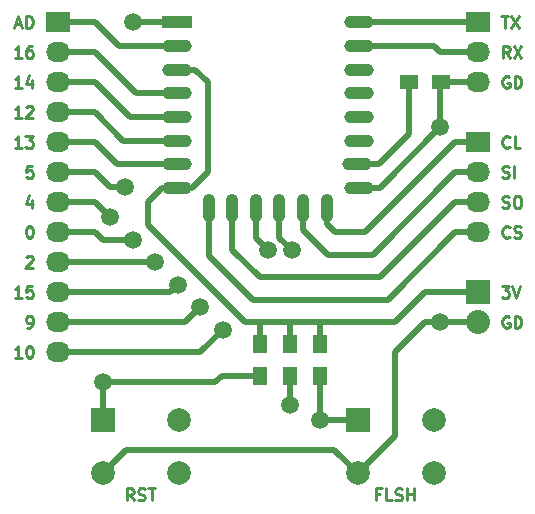
<source format=gbr>
G04 #@! TF.FileFunction,Copper,L1,Top,Signal*
%FSLAX46Y46*%
G04 Gerber Fmt 4.6, Leading zero omitted, Abs format (unit mm)*
G04 Created by KiCad (PCBNEW 4.0.2-stable) date 8/25/2016 6:13:52 PM*
%MOMM*%
G01*
G04 APERTURE LIST*
%ADD10C,0.100000*%
%ADD11C,0.250000*%
%ADD12R,2.000000X2.000000*%
%ADD13C,2.000000*%
%ADD14R,2.032000X1.727200*%
%ADD15O,2.032000X1.727200*%
%ADD16R,1.300000X1.500000*%
%ADD17R,2.500000X1.100000*%
%ADD18O,2.500000X1.100000*%
%ADD19O,1.100000X2.400000*%
%ADD20R,1.500000X1.300000*%
%ADD21R,2.032000X2.032000*%
%ADD22O,2.032000X2.032000*%
%ADD23C,1.500000*%
%ADD24C,0.500000*%
G04 APERTURE END LIST*
D10*
D11*
X144153096Y-108513571D02*
X143819762Y-108513571D01*
X143819762Y-109037381D02*
X143819762Y-108037381D01*
X144295953Y-108037381D01*
X145153096Y-109037381D02*
X144676905Y-109037381D01*
X144676905Y-108037381D01*
X145438810Y-108989762D02*
X145581667Y-109037381D01*
X145819763Y-109037381D01*
X145915001Y-108989762D01*
X145962620Y-108942143D01*
X146010239Y-108846905D01*
X146010239Y-108751667D01*
X145962620Y-108656429D01*
X145915001Y-108608810D01*
X145819763Y-108561190D01*
X145629286Y-108513571D01*
X145534048Y-108465952D01*
X145486429Y-108418333D01*
X145438810Y-108323095D01*
X145438810Y-108227857D01*
X145486429Y-108132619D01*
X145534048Y-108085000D01*
X145629286Y-108037381D01*
X145867382Y-108037381D01*
X146010239Y-108085000D01*
X146438810Y-109037381D02*
X146438810Y-108037381D01*
X146438810Y-108513571D02*
X147010239Y-108513571D01*
X147010239Y-109037381D02*
X147010239Y-108037381D01*
X123277381Y-109037381D02*
X122944047Y-108561190D01*
X122705952Y-109037381D02*
X122705952Y-108037381D01*
X123086905Y-108037381D01*
X123182143Y-108085000D01*
X123229762Y-108132619D01*
X123277381Y-108227857D01*
X123277381Y-108370714D01*
X123229762Y-108465952D01*
X123182143Y-108513571D01*
X123086905Y-108561190D01*
X122705952Y-108561190D01*
X123658333Y-108989762D02*
X123801190Y-109037381D01*
X124039286Y-109037381D01*
X124134524Y-108989762D01*
X124182143Y-108942143D01*
X124229762Y-108846905D01*
X124229762Y-108751667D01*
X124182143Y-108656429D01*
X124134524Y-108608810D01*
X124039286Y-108561190D01*
X123848809Y-108513571D01*
X123753571Y-108465952D01*
X123705952Y-108418333D01*
X123658333Y-108323095D01*
X123658333Y-108227857D01*
X123705952Y-108132619D01*
X123753571Y-108085000D01*
X123848809Y-108037381D01*
X124086905Y-108037381D01*
X124229762Y-108085000D01*
X124515476Y-108037381D02*
X125086905Y-108037381D01*
X124801190Y-109037381D02*
X124801190Y-108037381D01*
X155066905Y-93480000D02*
X154971667Y-93432381D01*
X154828810Y-93432381D01*
X154685952Y-93480000D01*
X154590714Y-93575238D01*
X154543095Y-93670476D01*
X154495476Y-93860952D01*
X154495476Y-94003810D01*
X154543095Y-94194286D01*
X154590714Y-94289524D01*
X154685952Y-94384762D01*
X154828810Y-94432381D01*
X154924048Y-94432381D01*
X155066905Y-94384762D01*
X155114524Y-94337143D01*
X155114524Y-94003810D01*
X154924048Y-94003810D01*
X155543095Y-94432381D02*
X155543095Y-93432381D01*
X155781190Y-93432381D01*
X155924048Y-93480000D01*
X156019286Y-93575238D01*
X156066905Y-93670476D01*
X156114524Y-93860952D01*
X156114524Y-94003810D01*
X156066905Y-94194286D01*
X156019286Y-94289524D01*
X155924048Y-94384762D01*
X155781190Y-94432381D01*
X155543095Y-94432381D01*
X154447857Y-90892381D02*
X155066905Y-90892381D01*
X154733571Y-91273333D01*
X154876429Y-91273333D01*
X154971667Y-91320952D01*
X155019286Y-91368571D01*
X155066905Y-91463810D01*
X155066905Y-91701905D01*
X155019286Y-91797143D01*
X154971667Y-91844762D01*
X154876429Y-91892381D01*
X154590714Y-91892381D01*
X154495476Y-91844762D01*
X154447857Y-91797143D01*
X155352619Y-90892381D02*
X155685952Y-91892381D01*
X156019286Y-90892381D01*
X155114524Y-86717143D02*
X155066905Y-86764762D01*
X154924048Y-86812381D01*
X154828810Y-86812381D01*
X154685952Y-86764762D01*
X154590714Y-86669524D01*
X154543095Y-86574286D01*
X154495476Y-86383810D01*
X154495476Y-86240952D01*
X154543095Y-86050476D01*
X154590714Y-85955238D01*
X154685952Y-85860000D01*
X154828810Y-85812381D01*
X154924048Y-85812381D01*
X155066905Y-85860000D01*
X155114524Y-85907619D01*
X155495476Y-86764762D02*
X155638333Y-86812381D01*
X155876429Y-86812381D01*
X155971667Y-86764762D01*
X156019286Y-86717143D01*
X156066905Y-86621905D01*
X156066905Y-86526667D01*
X156019286Y-86431429D01*
X155971667Y-86383810D01*
X155876429Y-86336190D01*
X155685952Y-86288571D01*
X155590714Y-86240952D01*
X155543095Y-86193333D01*
X155495476Y-86098095D01*
X155495476Y-86002857D01*
X155543095Y-85907619D01*
X155590714Y-85860000D01*
X155685952Y-85812381D01*
X155924048Y-85812381D01*
X156066905Y-85860000D01*
X154495476Y-84224762D02*
X154638333Y-84272381D01*
X154876429Y-84272381D01*
X154971667Y-84224762D01*
X155019286Y-84177143D01*
X155066905Y-84081905D01*
X155066905Y-83986667D01*
X155019286Y-83891429D01*
X154971667Y-83843810D01*
X154876429Y-83796190D01*
X154685952Y-83748571D01*
X154590714Y-83700952D01*
X154543095Y-83653333D01*
X154495476Y-83558095D01*
X154495476Y-83462857D01*
X154543095Y-83367619D01*
X154590714Y-83320000D01*
X154685952Y-83272381D01*
X154924048Y-83272381D01*
X155066905Y-83320000D01*
X155685952Y-83272381D02*
X155876429Y-83272381D01*
X155971667Y-83320000D01*
X156066905Y-83415238D01*
X156114524Y-83605714D01*
X156114524Y-83939048D01*
X156066905Y-84129524D01*
X155971667Y-84224762D01*
X155876429Y-84272381D01*
X155685952Y-84272381D01*
X155590714Y-84224762D01*
X155495476Y-84129524D01*
X155447857Y-83939048D01*
X155447857Y-83605714D01*
X155495476Y-83415238D01*
X155590714Y-83320000D01*
X155685952Y-83272381D01*
X154495476Y-81684762D02*
X154638333Y-81732381D01*
X154876429Y-81732381D01*
X154971667Y-81684762D01*
X155019286Y-81637143D01*
X155066905Y-81541905D01*
X155066905Y-81446667D01*
X155019286Y-81351429D01*
X154971667Y-81303810D01*
X154876429Y-81256190D01*
X154685952Y-81208571D01*
X154590714Y-81160952D01*
X154543095Y-81113333D01*
X154495476Y-81018095D01*
X154495476Y-80922857D01*
X154543095Y-80827619D01*
X154590714Y-80780000D01*
X154685952Y-80732381D01*
X154924048Y-80732381D01*
X155066905Y-80780000D01*
X155495476Y-81732381D02*
X155495476Y-80732381D01*
X155114524Y-79097143D02*
X155066905Y-79144762D01*
X154924048Y-79192381D01*
X154828810Y-79192381D01*
X154685952Y-79144762D01*
X154590714Y-79049524D01*
X154543095Y-78954286D01*
X154495476Y-78763810D01*
X154495476Y-78620952D01*
X154543095Y-78430476D01*
X154590714Y-78335238D01*
X154685952Y-78240000D01*
X154828810Y-78192381D01*
X154924048Y-78192381D01*
X155066905Y-78240000D01*
X155114524Y-78287619D01*
X156019286Y-79192381D02*
X155543095Y-79192381D01*
X155543095Y-78192381D01*
X155066905Y-73160000D02*
X154971667Y-73112381D01*
X154828810Y-73112381D01*
X154685952Y-73160000D01*
X154590714Y-73255238D01*
X154543095Y-73350476D01*
X154495476Y-73540952D01*
X154495476Y-73683810D01*
X154543095Y-73874286D01*
X154590714Y-73969524D01*
X154685952Y-74064762D01*
X154828810Y-74112381D01*
X154924048Y-74112381D01*
X155066905Y-74064762D01*
X155114524Y-74017143D01*
X155114524Y-73683810D01*
X154924048Y-73683810D01*
X155543095Y-74112381D02*
X155543095Y-73112381D01*
X155781190Y-73112381D01*
X155924048Y-73160000D01*
X156019286Y-73255238D01*
X156066905Y-73350476D01*
X156114524Y-73540952D01*
X156114524Y-73683810D01*
X156066905Y-73874286D01*
X156019286Y-73969524D01*
X155924048Y-74064762D01*
X155781190Y-74112381D01*
X155543095Y-74112381D01*
X155114524Y-71572381D02*
X154781190Y-71096190D01*
X154543095Y-71572381D02*
X154543095Y-70572381D01*
X154924048Y-70572381D01*
X155019286Y-70620000D01*
X155066905Y-70667619D01*
X155114524Y-70762857D01*
X155114524Y-70905714D01*
X155066905Y-71000952D01*
X155019286Y-71048571D01*
X154924048Y-71096190D01*
X154543095Y-71096190D01*
X155447857Y-70572381D02*
X156114524Y-71572381D01*
X156114524Y-70572381D02*
X155447857Y-71572381D01*
X154400238Y-68032381D02*
X154971667Y-68032381D01*
X154685952Y-69032381D02*
X154685952Y-68032381D01*
X155209762Y-68032381D02*
X155876429Y-69032381D01*
X155876429Y-68032381D02*
X155209762Y-69032381D01*
X113268333Y-68746667D02*
X113744524Y-68746667D01*
X113173095Y-69032381D02*
X113506428Y-68032381D01*
X113839762Y-69032381D01*
X114173095Y-69032381D02*
X114173095Y-68032381D01*
X114411190Y-68032381D01*
X114554048Y-68080000D01*
X114649286Y-68175238D01*
X114696905Y-68270476D01*
X114744524Y-68460952D01*
X114744524Y-68603810D01*
X114696905Y-68794286D01*
X114649286Y-68889524D01*
X114554048Y-68984762D01*
X114411190Y-69032381D01*
X114173095Y-69032381D01*
X113792143Y-96972381D02*
X113220714Y-96972381D01*
X113506428Y-96972381D02*
X113506428Y-95972381D01*
X113411190Y-96115238D01*
X113315952Y-96210476D01*
X113220714Y-96258095D01*
X114411190Y-95972381D02*
X114506429Y-95972381D01*
X114601667Y-96020000D01*
X114649286Y-96067619D01*
X114696905Y-96162857D01*
X114744524Y-96353333D01*
X114744524Y-96591429D01*
X114696905Y-96781905D01*
X114649286Y-96877143D01*
X114601667Y-96924762D01*
X114506429Y-96972381D01*
X114411190Y-96972381D01*
X114315952Y-96924762D01*
X114268333Y-96877143D01*
X114220714Y-96781905D01*
X114173095Y-96591429D01*
X114173095Y-96353333D01*
X114220714Y-96162857D01*
X114268333Y-96067619D01*
X114315952Y-96020000D01*
X114411190Y-95972381D01*
X114268333Y-94432381D02*
X114458809Y-94432381D01*
X114554048Y-94384762D01*
X114601667Y-94337143D01*
X114696905Y-94194286D01*
X114744524Y-94003810D01*
X114744524Y-93622857D01*
X114696905Y-93527619D01*
X114649286Y-93480000D01*
X114554048Y-93432381D01*
X114363571Y-93432381D01*
X114268333Y-93480000D01*
X114220714Y-93527619D01*
X114173095Y-93622857D01*
X114173095Y-93860952D01*
X114220714Y-93956190D01*
X114268333Y-94003810D01*
X114363571Y-94051429D01*
X114554048Y-94051429D01*
X114649286Y-94003810D01*
X114696905Y-93956190D01*
X114744524Y-93860952D01*
X113792143Y-91892381D02*
X113220714Y-91892381D01*
X113506428Y-91892381D02*
X113506428Y-90892381D01*
X113411190Y-91035238D01*
X113315952Y-91130476D01*
X113220714Y-91178095D01*
X114696905Y-90892381D02*
X114220714Y-90892381D01*
X114173095Y-91368571D01*
X114220714Y-91320952D01*
X114315952Y-91273333D01*
X114554048Y-91273333D01*
X114649286Y-91320952D01*
X114696905Y-91368571D01*
X114744524Y-91463810D01*
X114744524Y-91701905D01*
X114696905Y-91797143D01*
X114649286Y-91844762D01*
X114554048Y-91892381D01*
X114315952Y-91892381D01*
X114220714Y-91844762D01*
X114173095Y-91797143D01*
X114173095Y-88447619D02*
X114220714Y-88400000D01*
X114315952Y-88352381D01*
X114554048Y-88352381D01*
X114649286Y-88400000D01*
X114696905Y-88447619D01*
X114744524Y-88542857D01*
X114744524Y-88638095D01*
X114696905Y-88780952D01*
X114125476Y-89352381D01*
X114744524Y-89352381D01*
X114411190Y-85812381D02*
X114506429Y-85812381D01*
X114601667Y-85860000D01*
X114649286Y-85907619D01*
X114696905Y-86002857D01*
X114744524Y-86193333D01*
X114744524Y-86431429D01*
X114696905Y-86621905D01*
X114649286Y-86717143D01*
X114601667Y-86764762D01*
X114506429Y-86812381D01*
X114411190Y-86812381D01*
X114315952Y-86764762D01*
X114268333Y-86717143D01*
X114220714Y-86621905D01*
X114173095Y-86431429D01*
X114173095Y-86193333D01*
X114220714Y-86002857D01*
X114268333Y-85907619D01*
X114315952Y-85860000D01*
X114411190Y-85812381D01*
X114649286Y-83605714D02*
X114649286Y-84272381D01*
X114411190Y-83224762D02*
X114173095Y-83939048D01*
X114792143Y-83939048D01*
X114696905Y-80732381D02*
X114220714Y-80732381D01*
X114173095Y-81208571D01*
X114220714Y-81160952D01*
X114315952Y-81113333D01*
X114554048Y-81113333D01*
X114649286Y-81160952D01*
X114696905Y-81208571D01*
X114744524Y-81303810D01*
X114744524Y-81541905D01*
X114696905Y-81637143D01*
X114649286Y-81684762D01*
X114554048Y-81732381D01*
X114315952Y-81732381D01*
X114220714Y-81684762D01*
X114173095Y-81637143D01*
X113792143Y-79192381D02*
X113220714Y-79192381D01*
X113506428Y-79192381D02*
X113506428Y-78192381D01*
X113411190Y-78335238D01*
X113315952Y-78430476D01*
X113220714Y-78478095D01*
X114125476Y-78192381D02*
X114744524Y-78192381D01*
X114411190Y-78573333D01*
X114554048Y-78573333D01*
X114649286Y-78620952D01*
X114696905Y-78668571D01*
X114744524Y-78763810D01*
X114744524Y-79001905D01*
X114696905Y-79097143D01*
X114649286Y-79144762D01*
X114554048Y-79192381D01*
X114268333Y-79192381D01*
X114173095Y-79144762D01*
X114125476Y-79097143D01*
X113792143Y-76652381D02*
X113220714Y-76652381D01*
X113506428Y-76652381D02*
X113506428Y-75652381D01*
X113411190Y-75795238D01*
X113315952Y-75890476D01*
X113220714Y-75938095D01*
X114173095Y-75747619D02*
X114220714Y-75700000D01*
X114315952Y-75652381D01*
X114554048Y-75652381D01*
X114649286Y-75700000D01*
X114696905Y-75747619D01*
X114744524Y-75842857D01*
X114744524Y-75938095D01*
X114696905Y-76080952D01*
X114125476Y-76652381D01*
X114744524Y-76652381D01*
X113792143Y-74112381D02*
X113220714Y-74112381D01*
X113506428Y-74112381D02*
X113506428Y-73112381D01*
X113411190Y-73255238D01*
X113315952Y-73350476D01*
X113220714Y-73398095D01*
X114649286Y-73445714D02*
X114649286Y-74112381D01*
X114411190Y-73064762D02*
X114173095Y-73779048D01*
X114792143Y-73779048D01*
X113792143Y-71572381D02*
X113220714Y-71572381D01*
X113506428Y-71572381D02*
X113506428Y-70572381D01*
X113411190Y-70715238D01*
X113315952Y-70810476D01*
X113220714Y-70858095D01*
X114649286Y-70572381D02*
X114458809Y-70572381D01*
X114363571Y-70620000D01*
X114315952Y-70667619D01*
X114220714Y-70810476D01*
X114173095Y-71000952D01*
X114173095Y-71381905D01*
X114220714Y-71477143D01*
X114268333Y-71524762D01*
X114363571Y-71572381D01*
X114554048Y-71572381D01*
X114649286Y-71524762D01*
X114696905Y-71477143D01*
X114744524Y-71381905D01*
X114744524Y-71143810D01*
X114696905Y-71048571D01*
X114649286Y-71000952D01*
X114554048Y-70953333D01*
X114363571Y-70953333D01*
X114268333Y-71000952D01*
X114220714Y-71048571D01*
X114173095Y-71143810D01*
D12*
X120650000Y-102235000D03*
D13*
X120650000Y-106735000D03*
X127150000Y-106735000D03*
X127150000Y-102235000D03*
D12*
X142240000Y-102235000D03*
D13*
X142240000Y-106735000D03*
X148740000Y-106735000D03*
X148740000Y-102235000D03*
D14*
X116840000Y-68580000D03*
D15*
X116840000Y-71120000D03*
X116840000Y-73660000D03*
X116840000Y-76200000D03*
X116840000Y-78740000D03*
X116840000Y-81280000D03*
X116840000Y-83820000D03*
X116840000Y-86360000D03*
X116840000Y-88900000D03*
X116840000Y-91440000D03*
X116840000Y-93980000D03*
X116840000Y-96520000D03*
D16*
X133985000Y-95805000D03*
X133985000Y-98505000D03*
D17*
X126935000Y-68580000D03*
D18*
X126935000Y-70580000D03*
X126935000Y-72580000D03*
X126935000Y-74580000D03*
X126935000Y-76580000D03*
X126935000Y-78580000D03*
X126935000Y-80580000D03*
X126935000Y-82580000D03*
D19*
X129625000Y-84330000D03*
X131625000Y-84330000D03*
X133625000Y-84330000D03*
X135625000Y-84330000D03*
X137625000Y-84330000D03*
X139625000Y-84330000D03*
D18*
X142335000Y-82580000D03*
X142235000Y-80580000D03*
X142335000Y-78580000D03*
X142335000Y-76580000D03*
X142335000Y-74580000D03*
X142335000Y-72580000D03*
X142335000Y-70580000D03*
X142335000Y-68580000D03*
D20*
X149305000Y-73660000D03*
X146605000Y-73660000D03*
D16*
X136525000Y-95805000D03*
X136525000Y-98505000D03*
X139065000Y-95805000D03*
X139065000Y-98505000D03*
D14*
X152400000Y-78740000D03*
D15*
X152400000Y-81280000D03*
X152400000Y-83820000D03*
X152400000Y-86360000D03*
D14*
X152400000Y-68580000D03*
D15*
X152400000Y-71120000D03*
X152400000Y-73660000D03*
D21*
X152400000Y-91440000D03*
D22*
X152400000Y-93980000D03*
D23*
X149225000Y-77470000D03*
X149225000Y-93980000D03*
X127000000Y-90805000D03*
X134620000Y-87884000D03*
X128905000Y-92710000D03*
X136652000Y-87884000D03*
X130810000Y-94615000D03*
X136525000Y-100965000D03*
X125095000Y-88900000D03*
X123190000Y-86995000D03*
X139065000Y-102235000D03*
X121285000Y-85090000D03*
X122555000Y-82550000D03*
X120650000Y-99060000D03*
X123190000Y-68580000D03*
D24*
X142240000Y-106735000D02*
X145415000Y-103560000D01*
X147955000Y-93980000D02*
X149225000Y-93980000D01*
X145415000Y-96520000D02*
X147955000Y-93980000D01*
X145415000Y-103560000D02*
X145415000Y-96520000D01*
X120650000Y-106735000D02*
X122610000Y-104775000D01*
X140280000Y-104775000D02*
X142240000Y-106735000D01*
X122610000Y-104775000D02*
X140280000Y-104775000D01*
X152400000Y-93980000D02*
X149225000Y-93980000D01*
X141635000Y-82580000D02*
X144115000Y-82580000D01*
X144115000Y-82580000D02*
X149225000Y-77470000D01*
X149225000Y-77470000D02*
X149225000Y-73660000D01*
X149225000Y-73660000D02*
X152400000Y-73660000D01*
X141635000Y-80580000D02*
X144080000Y-80580000D01*
X146605000Y-78055000D02*
X146605000Y-73660000D01*
X144080000Y-80580000D02*
X146605000Y-78055000D01*
X126365000Y-91440000D02*
X127000000Y-90805000D01*
X116840000Y-91440000D02*
X126365000Y-91440000D01*
X139065000Y-95805000D02*
X139065000Y-93980000D01*
X136525000Y-95805000D02*
X136525000Y-93980000D01*
X133985000Y-95805000D02*
X133985000Y-93980000D01*
X147955000Y-91440000D02*
X145415000Y-93980000D01*
X145415000Y-93980000D02*
X139065000Y-93980000D01*
X139065000Y-93980000D02*
X136525000Y-93980000D01*
X136525000Y-93980000D02*
X135255000Y-93980000D01*
X135255000Y-93980000D02*
X133985000Y-93980000D01*
X133985000Y-93980000D02*
X132715000Y-93980000D01*
X132715000Y-93980000D02*
X124460000Y-85725000D01*
X124460000Y-85725000D02*
X124460000Y-83820000D01*
X124460000Y-83820000D02*
X125700000Y-82580000D01*
X152400000Y-91440000D02*
X149225000Y-91440000D01*
X149225000Y-91440000D02*
X147955000Y-91440000D01*
X147955000Y-91440000D02*
X149225000Y-91440000D01*
X149225000Y-91440000D02*
X147955000Y-91440000D01*
X125700000Y-82580000D02*
X127635000Y-82580000D01*
X127635000Y-72580000D02*
X128460000Y-72580000D01*
X128240000Y-82580000D02*
X129540000Y-81280000D01*
X128240000Y-82580000D02*
X127635000Y-82580000D01*
X129540000Y-73660000D02*
X129540000Y-81280000D01*
X128460000Y-72580000D02*
X129540000Y-73660000D01*
X116840000Y-68580000D02*
X120015000Y-68580000D01*
X122015000Y-70580000D02*
X127635000Y-70580000D01*
X120015000Y-68580000D02*
X122015000Y-70580000D01*
X116840000Y-71120000D02*
X120015000Y-71120000D01*
X123475000Y-74580000D02*
X127635000Y-74580000D01*
X120015000Y-71120000D02*
X123475000Y-74580000D01*
X116840000Y-73660000D02*
X120015000Y-73660000D01*
X122935000Y-76580000D02*
X127635000Y-76580000D01*
X120015000Y-73660000D02*
X122935000Y-76580000D01*
X116840000Y-76200000D02*
X120015000Y-76200000D01*
X122395000Y-78580000D02*
X127635000Y-78580000D01*
X120015000Y-76200000D02*
X122395000Y-78580000D01*
X116840000Y-78740000D02*
X120015000Y-78740000D01*
X121855000Y-80580000D02*
X127635000Y-80580000D01*
X120015000Y-78740000D02*
X121855000Y-80580000D01*
X116840000Y-93980000D02*
X127635000Y-93980000D01*
X133625000Y-86847000D02*
X134620000Y-87842000D01*
X134620000Y-87842000D02*
X134620000Y-87884000D01*
X133625000Y-86847000D02*
X133625000Y-84330000D01*
X127635000Y-93980000D02*
X128905000Y-92710000D01*
X116840000Y-96520000D02*
X128905000Y-96520000D01*
X135625000Y-86857000D02*
X136652000Y-87884000D01*
X135625000Y-86857000D02*
X135625000Y-84330000D01*
X128905000Y-96520000D02*
X130810000Y-94615000D01*
X136525000Y-98505000D02*
X136525000Y-100965000D01*
X116840000Y-88900000D02*
X125095000Y-88900000D01*
X116840000Y-86360000D02*
X120015000Y-86360000D01*
X120650000Y-86995000D02*
X123190000Y-86995000D01*
X120015000Y-86360000D02*
X120650000Y-86995000D01*
X139065000Y-102235000D02*
X139065000Y-98505000D01*
X142240000Y-102235000D02*
X139065000Y-102235000D01*
X120015000Y-83820000D02*
X121285000Y-85090000D01*
X116840000Y-83820000D02*
X120015000Y-83820000D01*
X116840000Y-81280000D02*
X120015000Y-81280000D01*
X121285000Y-82550000D02*
X122555000Y-82550000D01*
X120015000Y-81280000D02*
X121285000Y-82550000D01*
X152400000Y-78740000D02*
X150495000Y-78740000D01*
X139625000Y-85650000D02*
X139625000Y-84330000D01*
X140335000Y-86360000D02*
X139625000Y-85650000D01*
X142875000Y-86360000D02*
X140335000Y-86360000D01*
X150495000Y-78740000D02*
X142875000Y-86360000D01*
X139625000Y-85015000D02*
X139625000Y-84330000D01*
X152400000Y-81280000D02*
X150495000Y-81280000D01*
X137625000Y-86190000D02*
X137625000Y-84330000D01*
X139700000Y-88265000D02*
X137625000Y-86190000D01*
X143510000Y-88265000D02*
X139700000Y-88265000D01*
X150495000Y-81280000D02*
X143510000Y-88265000D01*
X152400000Y-68580000D02*
X141635000Y-68580000D01*
X152400000Y-71120000D02*
X149225000Y-71120000D01*
X148685000Y-70580000D02*
X141635000Y-70580000D01*
X149225000Y-71120000D02*
X148685000Y-70580000D01*
X127635000Y-68580000D02*
X123190000Y-68580000D01*
X120650000Y-99060000D02*
X130175000Y-99060000D01*
X120650000Y-102235000D02*
X120650000Y-99060000D01*
X130730000Y-98505000D02*
X133985000Y-98505000D01*
X130175000Y-99060000D02*
X130730000Y-98505000D01*
X152400000Y-86360000D02*
X150495000Y-86360000D01*
X129625000Y-88350000D02*
X129625000Y-84330000D01*
X133350000Y-92075000D02*
X129625000Y-88350000D01*
X144780000Y-92075000D02*
X133350000Y-92075000D01*
X150495000Y-86360000D02*
X144780000Y-92075000D01*
X152400000Y-83820000D02*
X150495000Y-83820000D01*
X131625000Y-87810000D02*
X131625000Y-84330000D01*
X133985000Y-90170000D02*
X131625000Y-87810000D01*
X144145000Y-90170000D02*
X133985000Y-90170000D01*
X150495000Y-83820000D02*
X144145000Y-90170000D01*
M02*

</source>
